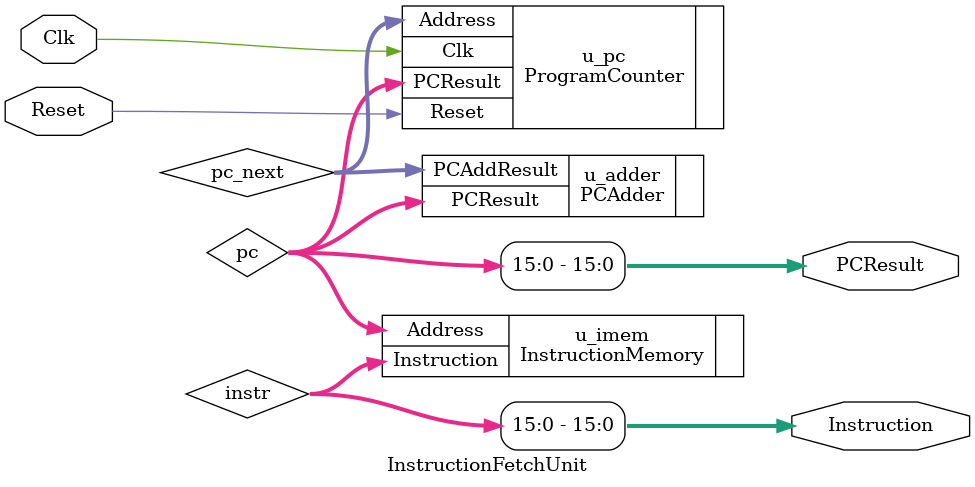
<source format=v>
`timescale 1ns / 1ps


module InstructionFetchUnit(
    input         Reset,
    input         Clk,
    output [15:0] PCResult,      // 16-bit for display
    output [15:0] Instruction    // 16-bit for display
);
    // Internal 32-bit datapath signals
    wire [31:0] pc;        // current PC
    wire [31:0] pc_next;   // PC + 4
    wire [31:0] instr;     // 32-bit instruction from ROM

    // PC register: loads pc_next on each rising edge (reset -> 0)
    ProgramCounter u_pc (
        .Address  (pc_next),
        .Reset    (Reset),
        .Clk      (Clk),
        .PCResult (pc)
    );

    // PC + 4 adder
    PCAdder u_adder (
        .PCResult    (pc),
        .PCAddResult (pc_next)
    );

    // Instruction ROM, byte-addressed; uses full 32-bit PC as address
    InstructionMemory u_imem (
        .Address     (pc),
        .Instruction (instr)
    );

    // Drop upper 16 bits for the 7-seg display
    assign PCResult    = pc[15:0];
    assign Instruction = instr[15:0];
    
endmodule


</source>
